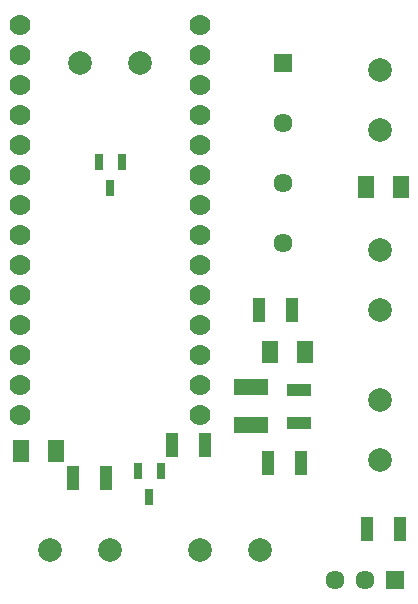
<source format=gts>
G75*
%MOIN*%
%OFA0B0*%
%FSLAX25Y25*%
%IPPOS*%
%LPD*%
%AMOC8*
5,1,8,0,0,1.08239X$1,22.5*
%
%ADD10R,0.04400X0.07900*%
%ADD11R,0.06350X0.06350*%
%ADD12C,0.06350*%
%ADD13C,0.07924*%
%ADD14R,0.05200X0.07700*%
%ADD15C,0.07000*%
%ADD16R,0.02900X0.05400*%
%ADD17R,0.11400X0.05300*%
%ADD18R,0.07900X0.04400*%
D10*
X0028500Y0045000D03*
X0039500Y0045000D03*
X0061500Y0056000D03*
X0072500Y0056000D03*
X0093500Y0050000D03*
X0104500Y0050000D03*
X0126500Y0028000D03*
X0137500Y0028000D03*
X0101500Y0101000D03*
X0090500Y0101000D03*
D11*
X0098500Y0183500D03*
X0136000Y0011000D03*
D12*
X0126000Y0011000D03*
X0116000Y0011000D03*
X0098500Y0123500D03*
X0098500Y0143500D03*
X0098500Y0163500D03*
D13*
X0021000Y0021000D03*
X0041000Y0021000D03*
X0071000Y0021000D03*
X0091000Y0021000D03*
X0131000Y0051000D03*
X0131000Y0071000D03*
X0131000Y0101000D03*
X0131000Y0121000D03*
X0131000Y0161000D03*
X0131000Y0181000D03*
X0051000Y0183500D03*
X0031000Y0183500D03*
D14*
X0094200Y0087000D03*
X0105800Y0087000D03*
X0126200Y0142000D03*
X0137800Y0142000D03*
X0022800Y0054000D03*
X0011200Y0054000D03*
D15*
X0011000Y0066000D03*
X0011000Y0076000D03*
X0011000Y0086000D03*
X0011000Y0096000D03*
X0011000Y0106000D03*
X0011000Y0116000D03*
X0011000Y0126000D03*
X0011000Y0136000D03*
X0011000Y0146000D03*
X0011000Y0156000D03*
X0011000Y0166000D03*
X0011000Y0176000D03*
X0011000Y0186000D03*
X0011000Y0196000D03*
X0071000Y0196000D03*
X0071000Y0186000D03*
X0071000Y0176000D03*
X0071000Y0166000D03*
X0071000Y0156000D03*
X0071000Y0146000D03*
X0071000Y0136000D03*
X0071000Y0126000D03*
X0071000Y0116000D03*
X0071000Y0106000D03*
X0071000Y0096000D03*
X0071000Y0086000D03*
X0071000Y0076000D03*
X0071000Y0066000D03*
D16*
X0057700Y0047300D03*
X0054000Y0038700D03*
X0050300Y0047300D03*
X0041000Y0141700D03*
X0037300Y0150300D03*
X0044700Y0150300D03*
D17*
X0088000Y0075400D03*
X0088000Y0062600D03*
D18*
X0104000Y0063500D03*
X0104000Y0074500D03*
M02*

</source>
